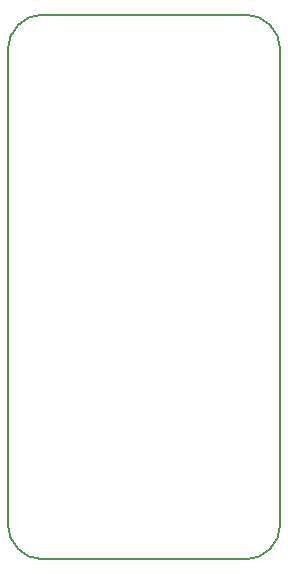
<source format=gko>
%TF.GenerationSoftware,KiCad,Pcbnew,(6.0.0)*%
%TF.CreationDate,2022-03-14T07:52:58-04:00*%
%TF.ProjectId,JTAG_ISP-ISP,4a544147-5f49-4535-902d-4953502e6b69,v1.0.0*%
%TF.SameCoordinates,PX8924e3cPY3981160*%
%TF.FileFunction,Profile,NP*%
%FSLAX46Y46*%
G04 Gerber Fmt 4.6, Leading zero omitted, Abs format (unit mm)*
G04 Created by KiCad (PCBNEW (6.0.0)) date 2022-03-14 07:52:58*
%MOMM*%
%LPD*%
G01*
G04 APERTURE LIST*
%TA.AperFunction,Profile*%
%ADD10C,0.150000*%
%TD*%
G04 APERTURE END LIST*
D10*
X21093988Y-47152432D02*
G75*
G03*
X24093988Y-44152432I-1J3000001D01*
G01*
X24093988Y-4017912D02*
G75*
G03*
X21093988Y-1017912I-3000001J-1D01*
G01*
X4015990Y-1017912D02*
G75*
G03*
X1015990Y-4017912I1J-3000001D01*
G01*
X1015990Y-4017912D02*
X1015990Y-44152432D01*
X21093988Y-1017912D02*
X4015990Y-1017912D01*
X24093988Y-44152432D02*
X24093988Y-4017912D01*
X4015990Y-47152432D02*
X21093988Y-47152432D01*
X1015990Y-44152432D02*
G75*
G03*
X4015990Y-47152432I3000001J1D01*
G01*
M02*

</source>
